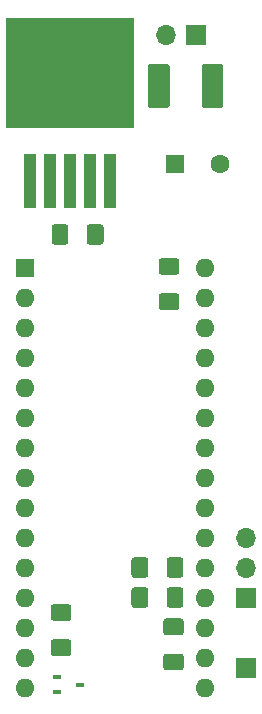
<source format=gbr>
G04 #@! TF.GenerationSoftware,KiCad,Pcbnew,(5.1.9)-1*
G04 #@! TF.CreationDate,2021-02-27T14:39:48+01:00*
G04 #@! TF.ProjectId,SteeringWheelInterface,53746565-7269-46e6-9757-6865656c496e,rev?*
G04 #@! TF.SameCoordinates,Original*
G04 #@! TF.FileFunction,Soldermask,Top*
G04 #@! TF.FilePolarity,Negative*
%FSLAX46Y46*%
G04 Gerber Fmt 4.6, Leading zero omitted, Abs format (unit mm)*
G04 Created by KiCad (PCBNEW (5.1.9)-1) date 2021-02-27 14:39:48*
%MOMM*%
%LPD*%
G01*
G04 APERTURE LIST*
%ADD10R,0.700000X0.450000*%
%ADD11R,10.800000X9.400000*%
%ADD12R,1.100000X4.600000*%
%ADD13R,1.700000X1.700000*%
%ADD14O,1.700000X1.700000*%
%ADD15C,1.600000*%
%ADD16R,1.600000X1.600000*%
%ADD17O,1.600000X1.600000*%
G04 APERTURE END LIST*
G36*
G01*
X123053000Y-103582500D02*
X121803000Y-103582500D01*
G75*
G02*
X121553000Y-103332500I0J250000D01*
G01*
X121553000Y-102407500D01*
G75*
G02*
X121803000Y-102157500I250000J0D01*
G01*
X123053000Y-102157500D01*
G75*
G02*
X123303000Y-102407500I0J-250000D01*
G01*
X123303000Y-103332500D01*
G75*
G02*
X123053000Y-103582500I-250000J0D01*
G01*
G37*
G36*
G01*
X123053000Y-106557500D02*
X121803000Y-106557500D01*
G75*
G02*
X121553000Y-106307500I0J250000D01*
G01*
X121553000Y-105382500D01*
G75*
G02*
X121803000Y-105132500I250000J0D01*
G01*
X123053000Y-105132500D01*
G75*
G02*
X123303000Y-105382500I0J-250000D01*
G01*
X123303000Y-106307500D01*
G75*
G02*
X123053000Y-106557500I-250000J0D01*
G01*
G37*
D10*
X124063000Y-108966000D03*
X122063000Y-109616000D03*
X122063000Y-108316000D03*
G36*
G01*
X134330000Y-59918001D02*
X134330000Y-56667999D01*
G75*
G02*
X134579999Y-56418000I249999J0D01*
G01*
X135930001Y-56418000D01*
G75*
G02*
X136180000Y-56667999I0J-249999D01*
G01*
X136180000Y-59918001D01*
G75*
G02*
X135930001Y-60168000I-249999J0D01*
G01*
X134579999Y-60168000D01*
G75*
G02*
X134330000Y-59918001I0J249999D01*
G01*
G37*
G36*
G01*
X129780000Y-59918001D02*
X129780000Y-56667999D01*
G75*
G02*
X130029999Y-56418000I249999J0D01*
G01*
X131380001Y-56418000D01*
G75*
G02*
X131630000Y-56667999I0J-249999D01*
G01*
X131630000Y-59918001D01*
G75*
G02*
X131380001Y-60168000I-249999J0D01*
G01*
X130029999Y-60168000D01*
G75*
G02*
X129780000Y-59918001I0J249999D01*
G01*
G37*
D11*
X123190000Y-57150000D03*
D12*
X126590000Y-66300000D03*
X124890000Y-66300000D03*
X123190000Y-66300000D03*
X121490000Y-66300000D03*
X119790000Y-66300000D03*
G36*
G01*
X131367500Y-102225000D02*
X131367500Y-100975000D01*
G75*
G02*
X131617500Y-100725000I250000J0D01*
G01*
X132542500Y-100725000D01*
G75*
G02*
X132792500Y-100975000I0J-250000D01*
G01*
X132792500Y-102225000D01*
G75*
G02*
X132542500Y-102475000I-250000J0D01*
G01*
X131617500Y-102475000D01*
G75*
G02*
X131367500Y-102225000I0J250000D01*
G01*
G37*
G36*
G01*
X128392500Y-102225000D02*
X128392500Y-100975000D01*
G75*
G02*
X128642500Y-100725000I250000J0D01*
G01*
X129567500Y-100725000D01*
G75*
G02*
X129817500Y-100975000I0J-250000D01*
G01*
X129817500Y-102225000D01*
G75*
G02*
X129567500Y-102475000I-250000J0D01*
G01*
X128642500Y-102475000D01*
G75*
G02*
X128392500Y-102225000I0J250000D01*
G01*
G37*
G36*
G01*
X131367500Y-99685000D02*
X131367500Y-98435000D01*
G75*
G02*
X131617500Y-98185000I250000J0D01*
G01*
X132542500Y-98185000D01*
G75*
G02*
X132792500Y-98435000I0J-250000D01*
G01*
X132792500Y-99685000D01*
G75*
G02*
X132542500Y-99935000I-250000J0D01*
G01*
X131617500Y-99935000D01*
G75*
G02*
X131367500Y-99685000I0J250000D01*
G01*
G37*
G36*
G01*
X128392500Y-99685000D02*
X128392500Y-98435000D01*
G75*
G02*
X128642500Y-98185000I250000J0D01*
G01*
X129567500Y-98185000D01*
G75*
G02*
X129817500Y-98435000I0J-250000D01*
G01*
X129817500Y-99685000D01*
G75*
G02*
X129567500Y-99935000I-250000J0D01*
G01*
X128642500Y-99935000D01*
G75*
G02*
X128392500Y-99685000I0J250000D01*
G01*
G37*
D13*
X138049000Y-107569000D03*
D14*
X138049000Y-96520000D03*
X138049000Y-99060000D03*
D13*
X138049000Y-101600000D03*
D14*
X131318000Y-53975000D03*
D13*
X133858000Y-53975000D03*
G36*
G01*
X131328000Y-106348500D02*
X132578000Y-106348500D01*
G75*
G02*
X132828000Y-106598500I0J-250000D01*
G01*
X132828000Y-107523500D01*
G75*
G02*
X132578000Y-107773500I-250000J0D01*
G01*
X131328000Y-107773500D01*
G75*
G02*
X131078000Y-107523500I0J250000D01*
G01*
X131078000Y-106598500D01*
G75*
G02*
X131328000Y-106348500I250000J0D01*
G01*
G37*
G36*
G01*
X131328000Y-103373500D02*
X132578000Y-103373500D01*
G75*
G02*
X132828000Y-103623500I0J-250000D01*
G01*
X132828000Y-104548500D01*
G75*
G02*
X132578000Y-104798500I-250000J0D01*
G01*
X131328000Y-104798500D01*
G75*
G02*
X131078000Y-104548500I0J250000D01*
G01*
X131078000Y-103623500D01*
G75*
G02*
X131328000Y-103373500I250000J0D01*
G01*
G37*
G36*
G01*
X124600000Y-71491000D02*
X124600000Y-70241000D01*
G75*
G02*
X124850000Y-69991000I250000J0D01*
G01*
X125775000Y-69991000D01*
G75*
G02*
X126025000Y-70241000I0J-250000D01*
G01*
X126025000Y-71491000D01*
G75*
G02*
X125775000Y-71741000I-250000J0D01*
G01*
X124850000Y-71741000D01*
G75*
G02*
X124600000Y-71491000I0J250000D01*
G01*
G37*
G36*
G01*
X121625000Y-71491000D02*
X121625000Y-70241000D01*
G75*
G02*
X121875000Y-69991000I250000J0D01*
G01*
X122800000Y-69991000D01*
G75*
G02*
X123050000Y-70241000I0J-250000D01*
G01*
X123050000Y-71491000D01*
G75*
G02*
X122800000Y-71741000I-250000J0D01*
G01*
X121875000Y-71741000D01*
G75*
G02*
X121625000Y-71491000I0J250000D01*
G01*
G37*
D15*
X135880000Y-64897000D03*
D16*
X132080000Y-64897000D03*
G36*
G01*
X130947000Y-75832000D02*
X132197000Y-75832000D01*
G75*
G02*
X132447000Y-76082000I0J-250000D01*
G01*
X132447000Y-77007000D01*
G75*
G02*
X132197000Y-77257000I-250000J0D01*
G01*
X130947000Y-77257000D01*
G75*
G02*
X130697000Y-77007000I0J250000D01*
G01*
X130697000Y-76082000D01*
G75*
G02*
X130947000Y-75832000I250000J0D01*
G01*
G37*
G36*
G01*
X130947000Y-72857000D02*
X132197000Y-72857000D01*
G75*
G02*
X132447000Y-73107000I0J-250000D01*
G01*
X132447000Y-74032000D01*
G75*
G02*
X132197000Y-74282000I-250000J0D01*
G01*
X130947000Y-74282000D01*
G75*
G02*
X130697000Y-74032000I0J250000D01*
G01*
X130697000Y-73107000D01*
G75*
G02*
X130947000Y-72857000I250000J0D01*
G01*
G37*
D17*
X134620000Y-109220000D03*
X119380000Y-109220000D03*
X134620000Y-73660000D03*
X119380000Y-106680000D03*
X134620000Y-76200000D03*
X119380000Y-104140000D03*
X134620000Y-78740000D03*
X119380000Y-101600000D03*
X134620000Y-81280000D03*
X119380000Y-99060000D03*
X134620000Y-83820000D03*
X119380000Y-96520000D03*
X134620000Y-86360000D03*
X119380000Y-93980000D03*
X134620000Y-88900000D03*
X119380000Y-91440000D03*
X134620000Y-91440000D03*
X119380000Y-88900000D03*
X134620000Y-93980000D03*
X119380000Y-86360000D03*
X134620000Y-96520000D03*
X119380000Y-83820000D03*
X134620000Y-99060000D03*
X119380000Y-81280000D03*
X134620000Y-101600000D03*
X119380000Y-78740000D03*
X134620000Y-104140000D03*
X119380000Y-76200000D03*
X134620000Y-106680000D03*
D16*
X119380000Y-73660000D03*
M02*

</source>
